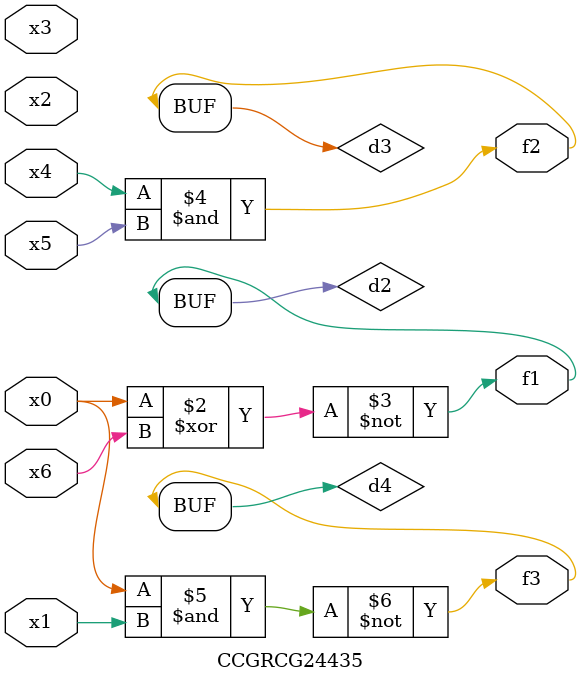
<source format=v>
module CCGRCG24435(
	input x0, x1, x2, x3, x4, x5, x6,
	output f1, f2, f3
);

	wire d1, d2, d3, d4;

	nor (d1, x0);
	xnor (d2, x0, x6);
	and (d3, x4, x5);
	nand (d4, x0, x1);
	assign f1 = d2;
	assign f2 = d3;
	assign f3 = d4;
endmodule

</source>
